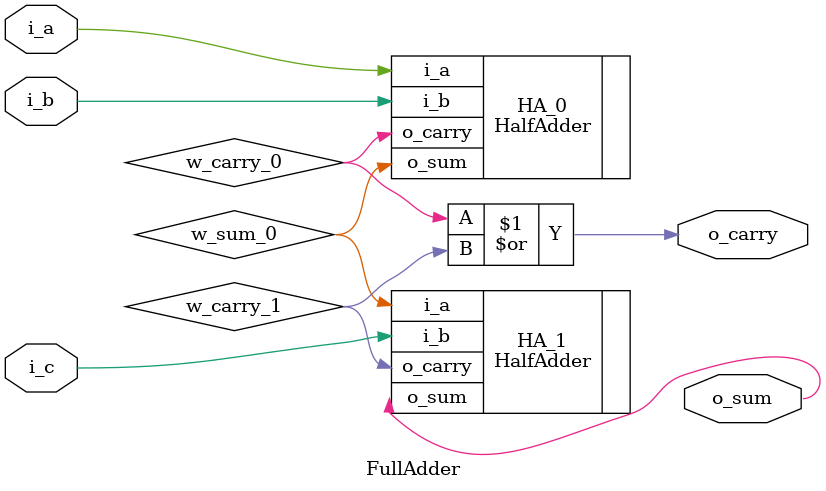
<source format=v>
`timescale 1ns / 1ps

module FullAdder(i_a, i_b, i_c, o_sum, o_carry);

    input i_a,i_b,i_c;
    output o_sum, o_carry;

    wire w_sum_0, w_carry_0, w_carry_1;

    HalfAdder HA_0(
        .i_a(i_a),
        .i_b(i_b),
        .o_sum(w_sum_0),
        .o_carry(w_carry_0)
    );
    
    HalfAdder HA_1(
        .i_a(w_sum_0),
        .i_b(i_c),
        .o_sum(o_sum),
        .o_carry(w_carry_1)
    ); 

    assign o_carry = w_carry_0 | w_carry_1;

endmodule

</source>
